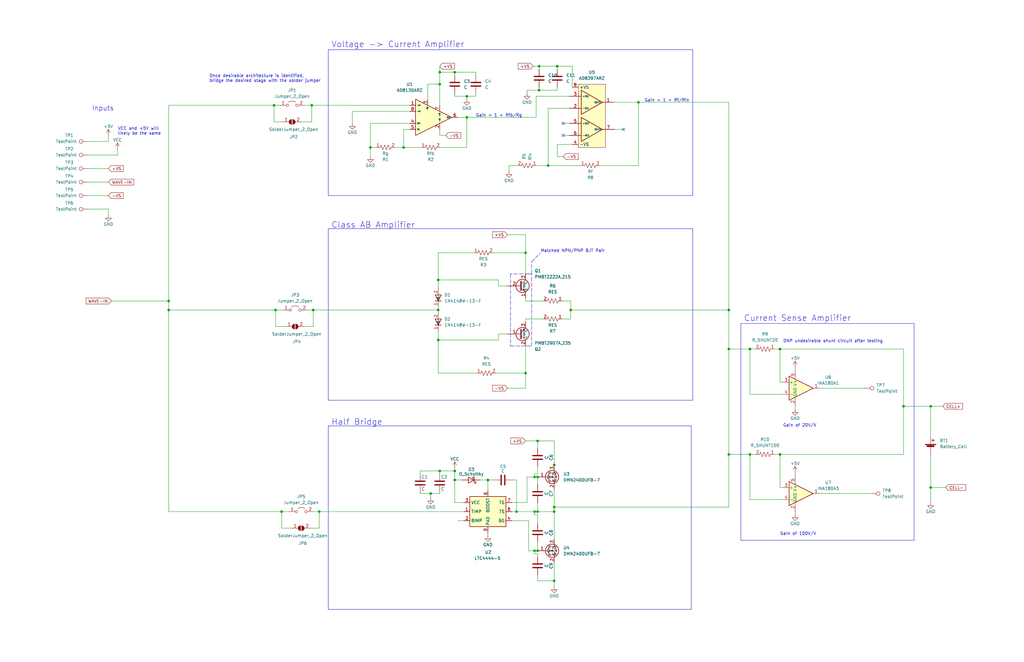
<source format=kicad_sch>
(kicad_sch (version 20211123) (generator eeschema)
  (paper "B")
  (lib_symbols
    (symbol "Connector:TestPoint" (pin_numbers hide) (pin_names (offset 0.762) hide)
      (property "Reference" "TP" (at 0 6.858 0))
      (property "Value" "TestPoint" (at 0 5.08 0))
      (symbol "TestPoint_0_1"
        (circle (center 0 3.302) (radius 0.762))
      )
      (symbol "TestPoint_1_1"
        (pin passive line (at 0 0 90) (length 2.54) (name "1") (number "1"))
      )
    )
    (symbol "Device:Battery_Cell" (pin_numbers hide) (pin_names (offset 0) hide)
      (property "Reference" "BT" (at 2.54 2.54 0))
      (property "Value" "Battery_Cell" (at 2.54 0 0))
      (symbol "Battery_Cell_0_1"
        (rectangle (start -2.286 1.778) (end 2.286 1.524) (fill (type outline)))
        (rectangle (start -1.5748 1.1938) (end 1.4732 0.6858) (fill (type outline)))
        (polyline (pts (xy 0 0.762) (xy 0 0)))
        (polyline (pts (xy 0 1.778) (xy 0 2.54)))
        (polyline (pts (xy 0.508 3.429) (xy 1.524 3.429)) (stroke (width 0.254)))
        (polyline (pts (xy 1.016 3.937) (xy 1.016 2.921)) (stroke (width 0.254)))
      )
      (symbol "Battery_Cell_1_1"
        (pin passive line (at 0 5.08 270) (length 2.54) (name "+") (number "1"))
        (pin passive line (at 0 -2.54 90) (length 2.54) (name "-") (number "2"))
      )
    )
    (symbol "Device:C" (pin_numbers hide) (pin_names (offset 0.254))
      (property "Reference" "C" (at 0.635 2.54 0))
      (property "Value" "C" (at 0.635 -2.54 0))
      (symbol "C_0_1"
        (polyline (pts (xy -2.032 -0.762) (xy 2.032 -0.762)) (stroke (width 0.508)))
        (polyline (pts (xy -2.032 0.762) (xy 2.032 0.762)) (stroke (width 0.508)))
      )
      (symbol "C_1_1"
        (pin passive line (at 0 3.81 270) (length 2.794) (name "~") (number "1"))
        (pin passive line (at 0 -3.81 90) (length 2.794) (name "~") (number "2"))
      )
    )
    (symbol "Device:D_Schottky" (pin_numbers hide) (pin_names (offset 1.016) hide)
      (property "Reference" "D" (at 0 2.54 0))
      (property "Value" "D_Schottky" (at 0 -2.54 0))
      (symbol "D_Schottky_0_1"
        (polyline (pts (xy 1.27 0) (xy -1.27 0)))
        (polyline (pts (xy 1.27 1.27) (xy 1.27 -1.27) (xy -1.27 0) (xy 1.27 1.27)) (stroke (width 0.254)))
        (polyline (pts (xy -1.905 0.635) (xy -1.905 1.27) (xy -1.27 1.27) (xy -1.27 -1.27) (xy -0.635 -1.27) (xy -0.635 -0.635)) (stroke (width 0.254)))
      )
      (symbol "D_Schottky_1_1"
        (pin passive line (at -3.81 0 0) (length 2.54) (name "K") (number "1"))
        (pin passive line (at 3.81 0 180) (length 2.54) (name "A") (number "2"))
      )
    )
    (symbol "Jumper:Jumper_2_Open" (pin_names (offset 0) hide)
      (property "Reference" "JP" (at 0 2.794 0))
      (property "Value" "Jumper_2_Open" (at 0 -2.286 0))
      (symbol "Jumper_2_Open_0_0"
        (circle (center -2.032 0) (radius 0.508))
        (circle (center 2.032 0) (radius 0.508))
      )
      (symbol "Jumper_2_Open_0_1"
        (arc (start 1.524 1.27) (mid 0 1.778) (end -1.524 1.27))
      )
      (symbol "Jumper_2_Open_1_1"
        (pin passive line (at -5.08 0 0) (length 2.54) (name "A") (number "1"))
        (pin passive line (at 5.08 0 180) (length 2.54) (name "B") (number "2"))
      )
    )
    (symbol "Jumper:SolderJumper_2_Open" (pin_names (offset 0) hide)
      (property "Reference" "JP" (at 0 2.032 0))
      (property "Value" "SolderJumper_2_Open" (at 0 -2.54 0))
      (symbol "SolderJumper_2_Open_0_1"
        (arc (start -0.254 1.016) (mid -1.27 0) (end -0.254 -1.016))
        (arc (start -0.254 1.016) (mid -1.27 0) (end -0.254 -1.016) (fill (type outline)))
        (polyline (pts (xy -0.254 1.016) (xy -0.254 -1.016)))
        (polyline (pts (xy 0.254 1.016) (xy 0.254 -1.016)))
        (arc (start 0.254 -1.016) (mid 1.27 0) (end 0.254 1.016))
        (arc (start 0.254 -1.016) (mid 1.27 0) (end 0.254 1.016) (fill (type outline)))
      )
      (symbol "SolderJumper_2_Open_1_1"
        (pin passive line (at -3.81 0 0) (length 2.54) (name "A") (number "1"))
        (pin passive line (at 3.81 0 180) (length 2.54) (name "B") (number "2"))
      )
    )
    (symbol "power:+5V" (power) (pin_names (offset 0))
      (property "Value" "+5V" (at 0 3.556 0))
      (symbol "+5V_0_1"
        (polyline (pts (xy -0.762 1.27) (xy 0 2.54)))
        (polyline (pts (xy 0 0) (xy 0 2.54)))
        (polyline (pts (xy 0 2.54) (xy 0.762 1.27)))
      )
      (symbol "+5V_1_1"
        (pin power_in line (at 0 0 90) (length 0) hide (name "+5V") (number "1"))
      )
    )
    (symbol "power:GND" (power) (pin_names (offset 0))
      (property "Value" "GND" (at 0 -3.81 0))
      (symbol "GND_0_1"
        (polyline (pts (xy 0 0) (xy 0 -1.27) (xy 1.27 -1.27) (xy 0 -2.54) (xy -1.27 -1.27) (xy 0 -1.27)))
      )
      (symbol "GND_1_1"
        (pin power_in line (at 0 0 270) (length 0) hide (name "GND") (number "1"))
      )
    )
    (symbol "power:VCC" (power) (pin_names (offset 0))
      (property "Value" "VCC" (at 0 3.81 0))
      (symbol "VCC_0_1"
        (polyline (pts (xy -0.762 1.27) (xy 0 2.54)))
        (polyline (pts (xy 0 0) (xy 0 2.54)))
        (polyline (pts (xy 0 2.54) (xy 0.762 1.27)))
      )
      (symbol "VCC_1_1"
        (pin power_in line (at 0 0 90) (length 0) hide (name "VCC") (number "1"))
      )
    )
    (symbol "volt-symbols:1N4148W-13-F"
      (property "Reference" "D" (at 0 2.54 0))
      (property "Value" "1N4148W-13-F" (at 1.27 -2.54 0))
      (symbol "1N4148W-13-F_0_1"
        (polyline (pts (xy -1.27 1.27) (xy -1.27 -1.27)) (stroke (width 0.254)))
        (polyline (pts (xy 1.27 0) (xy -1.27 0)))
        (polyline (pts (xy 1.27 1.27) (xy 1.27 -1.27) (xy -1.27 0) (xy 1.27 1.27)) (stroke (width 0.254)))
      )
      (symbol "1N4148W-13-F_1_1"
        (pin passive line (at -3.81 0 0) (length 2.54) (name "K") (number "1"))
        (pin passive line (at 3.81 0 180) (length 2.54) (name "A") (number "2"))
      )
    )
    (symbol "volt-symbols:AD8130ARZ"
      (property "Reference" "U" (at 8.89 6.35 0))
      (property "Value" "AD8130ARZ" (at 13.97 3.81 0))
      (symbol "AD8130ARZ_1_1"
        (polyline (pts (xy -5.08 7.62) (xy -5.08 -7.62) (xy 10.16 0) (xy -5.08 7.62)) (stroke (width 0.254)) (fill (type background)))
        (pin input line (at -7.62 5.08 0) (length 2.54) (name "+IN") (number "1"))
        (pin input line (at 5.08 -5.08 90) (length 2.54) (name "-VS") (number "2"))
        (pin input line (at 0 7.62 270) (length 2.54) (name "~{PD}") (number "3"))
        (pin input line (at -7.62 -2.54 0) (length 2.54) (name "REF") (number "4"))
        (pin input line (at -7.62 -5.08 0) (length 2.54) (name "FB") (number "5"))
        (pin output line (at 12.7 0 180) (length 2.54) (name "OUT") (number "6"))
        (pin output line (at 5.08 5.08 270) (length 2.54) (name "+VS") (number "7"))
        (pin input line (at -7.62 2.54 0) (length 2.54) (name "-IN") (number "8"))
      )
    )
    (symbol "volt-symbols:AD8397ARZ"
      (property "Reference" "U" (at 8.89 12.7 0))
      (property "Value" "AD8397ARZ" (at 12.7 10.16 0))
      (symbol "AD8397ARZ_0_1"
        (rectangle (start -5.08 12.7) (end 6.35 -13.97) (fill (type background)))
      )
      (symbol "AD8397ARZ_1_1"
        (polyline (pts (xy -3.81 -1.27) (xy 5.08 -6.35) (xy -3.81 -11.43) (xy -3.81 -1.27)) (stroke (width 0.254)) (fill (type background)))
        (polyline (pts (xy -3.81 10.16) (xy 5.08 5.08) (xy -3.81 0) (xy -3.81 10.16)) (stroke (width 0.254)) (fill (type background)))
        (pin output line (at 10.16 5.08 180) (length 5.08) (name "OUT1") (number "1"))
        (pin input line (at -8.89 2.54 0) (length 5.08) (name "-IN1") (number "2"))
        (pin input line (at -8.89 7.62 0) (length 5.08) (name "+IN1") (number "3"))
        (pin input line (at -7.62 -12.7 0) (length 2.54) (name "-VS") (number "4"))
        (pin input line (at -8.89 -3.81 0) (length 5.08) (name "+IN2") (number "5"))
        (pin input line (at -8.89 -8.89 0) (length 5.08) (name "-IN2") (number "6"))
        (pin output line (at 10.16 -6.35 180) (length 5.08) (name "OUT2") (number "7"))
        (pin input line (at -7.62 11.43 0) (length 2.54) (name "+VS") (number "8"))
      )
    )
    (symbol "volt-symbols:DMN2400UFB-7"
      (property "Reference" "U" (at 3.81 1.27 0))
      (property "Value" "DMN2400UFB-7" (at 10.16 -1.27 0))
      (symbol "DMN2400UFB-7_0_1"
        (circle (center -0.889 0) (radius 2.794) (stroke (width 0.254)))
        (circle (center 0 -1.778) (radius 0.254) (fill (type outline)))
        (polyline (pts (xy -2.286 0) (xy -5.08 0)))
        (polyline (pts (xy -2.286 1.905) (xy -2.286 -1.905)) (stroke (width 0.254)))
        (polyline (pts (xy -1.778 -1.27) (xy -1.778 -2.286)) (stroke (width 0.254)))
        (polyline (pts (xy -1.778 0.508) (xy -1.778 -0.508)) (stroke (width 0.254)))
        (polyline (pts (xy -1.778 2.286) (xy -1.778 1.27)) (stroke (width 0.254)))
        (polyline (pts (xy 0 2.54) (xy 0 1.778)))
        (polyline (pts (xy 0 -2.54) (xy 0 0) (xy -1.778 0)))
        (polyline (pts (xy -1.778 -1.778) (xy 0.762 -1.778) (xy 0.762 1.778) (xy -1.778 1.778)))
        (polyline (pts (xy -1.524 0) (xy -0.508 0.381) (xy -0.508 -0.381) (xy -1.524 0)) (fill (type outline)))
        (polyline (pts (xy 0.254 0.508) (xy 0.381 0.381) (xy 1.143 0.381) (xy 1.27 0.254)))
        (polyline (pts (xy 0.762 0.381) (xy 0.381 -0.254) (xy 1.143 -0.254) (xy 0.762 0.381)))
        (circle (center 0 1.778) (radius 0.254) (fill (type outline)))
      )
      (symbol "DMN2400UFB-7_1_1"
        (pin input line (at -6.35 0 0) (length 2.54) (name "G") (number "1"))
        (pin passive line (at 0 -5.08 90) (length 2.54) (name "S") (number "2"))
        (pin passive line (at 0 5.08 270) (length 2.54) (name "D") (number "3"))
      )
    )
    (symbol "volt-symbols:INA180A1" (pin_names (offset 0.127))
      (property "Reference" "U" (at 3.81 3.81 0))
      (property "Value" "INA180A1" (at 3.81 -2.54 0))
      (symbol "INA180A1_0_1"
        (polyline (pts (xy 5.08 0) (xy -5.08 5.08) (xy -5.08 -5.08) (xy 5.08 0)) (stroke (width 0.254)) (fill (type background)))
      )
      (symbol "INA180A1_1_1"
        (pin output line (at 7.62 0 180) (length 2.54) (name "~") (number "1"))
        (pin power_in line (at -2.54 -7.62 90) (length 3.81) (name "GND") (number "2"))
        (pin input line (at -7.62 2.54 0) (length 2.54) (name "+") (number "3"))
        (pin input line (at -7.62 -2.54 0) (length 2.54) (name "-") (number "4"))
        (pin power_in line (at -2.54 7.62 270) (length 3.81) (name "V+") (number "5"))
      )
    )
    (symbol "volt-symbols:INA180A3" (pin_names (offset 0.127))
      (property "Reference" "U" (at 3.81 3.81 0))
      (property "Value" "INA180A3" (at 3.81 -2.54 0))
      (symbol "INA180A3_0_1"
        (polyline (pts (xy 5.08 0) (xy -5.08 5.08) (xy -5.08 -5.08) (xy 5.08 0)) (stroke (width 0.254)) (fill (type background)))
      )
      (symbol "INA180A3_1_1"
        (pin output line (at 7.62 0 180) (length 2.54) (name "~") (number "1"))
        (pin power_in line (at -2.54 -7.62 90) (length 3.81) (name "GND") (number "2"))
        (pin input line (at -7.62 2.54 0) (length 2.54) (name "+") (number "3"))
        (pin input line (at -7.62 -2.54 0) (length 2.54) (name "-") (number "4"))
        (pin power_in line (at -2.54 7.62 270) (length 3.81) (name "V+") (number "5"))
      )
    )
    (symbol "volt-symbols:LTC4444-5"
      (property "Reference" "U" (at 6.35 10.16 0))
      (property "Value" "LTC4444-5" (at 6.35 7.62 0))
      (symbol "LTC4444-5_0_1"
        (rectangle (start -7.62 6.35) (end 7.62 -6.35) (stroke (width 0.254)) (fill (type background)))
      )
      (symbol "LTC4444-5_1_1"
        (pin input line (at -10.16 0 0) (length 2.54) (name "TIMP") (number "1"))
        (pin power_in line (at -10.16 -3.81 0) (length 2.54) (name "BIMP") (number "2"))
        (pin power_in line (at -10.16 3.81 0) (length 2.54) (name "VCC") (number "3"))
        (pin bidirectional line (at 10.16 -3.81 180) (length 2.54) (name "BG") (number "4"))
        (pin no_connect line (at -3.81 -8.89 90) (length 2.54) hide (name "NC") (number "5"))
        (pin input line (at 0 8.89 270) (length 2.54) (name "BOOST") (number "6"))
        (pin output line (at 10.16 3.81 180) (length 2.54) (name "TG") (number "7"))
        (pin input line (at 10.16 0 180) (length 2.54) (name "TS") (number "8"))
        (pin power_in line (at 0 -8.89 90) (length 2.54) (name "PAD") (number "9"))
      )
    )
    (symbol "volt-symbols:PMBT2222A,215"
      (property "Reference" "Q" (at 3.81 0 0))
      (property "Value" "PMBT2222A,215" (at 11.43 2.54 0))
      (symbol "PMBT2222A,215_0_1"
        (polyline (pts (xy -0.635 0.635) (xy 1.27 2.54)))
        (polyline (pts (xy -0.635 -0.635) (xy 1.27 -2.54) (xy 1.27 -2.54)))
        (polyline (pts (xy -0.635 1.905) (xy -0.635 -1.905) (xy -0.635 -1.905)) (stroke (width 0.508)))
        (polyline (pts (xy 0 -1.778) (xy 0.508 -1.27) (xy 1.016 -2.286) (xy 0 -1.778) (xy 0 -1.778)) (fill (type outline)))
        (circle (center 0 0) (radius 2.8194) (stroke (width 0.254)))
      )
      (symbol "PMBT2222A,215_1_1"
        (pin passive line (at 1.27 -5.08 90) (length 2.54) (name "E") (number "1"))
        (pin passive line (at -6.35 0 0) (length 5.715) (name "B") (number "2"))
        (pin passive line (at 1.27 5.08 270) (length 2.54) (name "C") (number "3"))
      )
    )
    (symbol "volt-symbols:PMBT2907A,235"
      (property "Reference" "Q" (at 2.54 0 0))
      (property "Value" "PMBT2907A,235" (at 8.89 2.54 0))
      (symbol "PMBT2907A,235_0_1"
        (circle (center -1.27 0) (radius 2.8194) (stroke (width 0.254)))
        (polyline (pts (xy -1.905 0.635) (xy 0 2.54)))
        (polyline (pts (xy -1.905 -0.635) (xy 0 -2.54) (xy 0 -2.54)))
        (polyline (pts (xy -1.905 1.905) (xy -1.905 -1.905) (xy -1.905 -1.905)) (stroke (width 0.508)))
        (polyline (pts (xy -0.254 -1.778) (xy -0.762 -2.286) (xy -1.27 -1.27) (xy -0.254 -1.778) (xy -0.254 -1.778)) (fill (type outline)))
      )
      (symbol "PMBT2907A,235_1_1"
        (pin input line (at -7.62 0 0) (length 5.715) (name "B") (number "1"))
        (pin passive line (at 0 5.08 270) (length 2.54) (name "C") (number "2"))
        (pin passive line (at 0 -5.08 90) (length 2.54) (name "E") (number "3"))
      )
    )
    (symbol "volt-symbols:RES"
      (property "Reference" "R" (at 0 2.54 0))
      (property "Value" "RES" (at 0 -2.54 0))
      (symbol "RES_0_1"
        (polyline (pts (xy -2.286 0) (xy -2.54 0)))
        (polyline (pts (xy 2.286 0) (xy 2.54 0)))
        (polyline (pts (xy -2.286 0) (xy -1.905 1.016) (xy -1.524 0) (xy -1.143 -1.016) (xy -0.762 0)))
        (polyline (pts (xy -0.762 0) (xy -0.381 1.016) (xy 0 0) (xy 0.381 -1.016) (xy 0.762 0)))
        (polyline (pts (xy 0.762 0) (xy 1.143 1.016) (xy 1.524 0) (xy 1.905 -1.016) (xy 2.286 0)))
      )
      (symbol "RES_1_1"
        (pin passive line (at -3.81 0 0) (length 1.27) (name "~") (number "1"))
        (pin passive line (at 3.81 0 180) (length 1.27) (name "~") (number "2"))
      )
    )
  )
  (junction (at 233.68 196.215))
  (junction (at 269.24 43.18))
  (junction (at 240.665 130.81))
  (junction (at 392.43 205.74))
  (junction (at 185.42 35.56))
  (junction (at 307.34 130.81))
  (junction (at 231.14 69.85))
  (junction (at 316.23 147.32))
  (junction (at 184.785 118.11))
  (junction (at 191.77 202.565))
  (junction (at 233.68 245.11))
  (junction (at 225.425 215.9))
  (junction (at 226.695 215.9))
  (junction (at 191.77 198.755))
  (junction (at 118.745 215.9))
  (junction (at 184.785 130.81))
  (junction (at 181.61 208.28))
  (junction (at 225.425 232.41))
  (junction (at 205.74 202.565))
  (junction (at 234.95 27.94))
  (junction (at 328.93 191.77))
  (junction (at 71.12 130.81))
  (junction (at 132.08 130.81))
  (junction (at 227.33 38.1))
  (junction (at 116.205 130.81))
  (junction (at 226.695 201.295))
  (junction (at 221.615 106.68))
  (junction (at 381 171.45))
  (junction (at 392.43 171.45))
  (junction (at 134.62 215.9))
  (junction (at 226.695 232.41))
  (junction (at 185.42 198.755))
  (junction (at 307.34 147.32))
  (junction (at 196.85 40.64))
  (junction (at 196.85 49.53))
  (junction (at 170.18 62.23))
  (junction (at 217.805 215.9))
  (junction (at 156.21 62.23))
  (junction (at 307.34 191.77))
  (junction (at 185.42 30.48))
  (junction (at 191.77 30.48))
  (junction (at 71.12 127))
  (junction (at 225.425 201.295))
  (junction (at 184.785 143.51))
  (junction (at 316.23 191.77))
  (junction (at 226.695 186.055))
  (junction (at 115.57 44.45))
  (junction (at 233.68 213.995))
  (junction (at 227.33 27.94))
  (junction (at 233.68 215.9))
  (junction (at 328.93 147.32))
  (junction (at 221.615 157.48))
  (junction (at 131.445 44.45))
  (no_connect (at 237.49 57.15))
  (no_connect (at 237.49 52.07))
  (no_connect (at 262.89 54.61))
  (wire (pts (xy 222.25 38.1) (xy 222.25 39.37)))
  (wire (pts (xy 221.615 134.62) (xy 229.235 134.62)))
  (wire (pts (xy 392.43 171.45) (xy 397.51 171.45)))
  (wire (pts (xy 115.57 44.45) (xy 71.12 44.45)))
  (wire (pts (xy 240.665 127) (xy 240.665 130.81)))
  (wire (pts (xy 71.12 215.9) (xy 118.745 215.9)))
  (wire (pts (xy 177.165 207.645) (xy 177.165 208.28)))
  (wire (pts (xy 116.205 130.81) (xy 119.38 130.81)))
  (wire (pts (xy 217.805 202.565) (xy 217.805 215.9)))
  (wire (pts (xy 185.42 54.61) (xy 185.42 57.15)))
  (polyline (pts (xy 138.43 168.91) (xy 292.1 168.91)) (stroke (width 0) (type solid)))
  (polyline (pts (xy 312.42 136.525) (xy 312.42 227.965)) (stroke (width 0) (type solid)))
  (wire (pts (xy 185.42 208.28) (xy 181.61 208.28)))
  (wire (pts (xy 234.95 36.83) (xy 234.95 38.1)))
  (wire (pts (xy 213.995 99.06) (xy 221.615 99.06)))
  (wire (pts (xy 222.25 201.295) (xy 222.25 212.09)))
  (wire (pts (xy 185.42 62.23) (xy 196.85 62.23)))
  (wire (pts (xy 221.615 127) (xy 229.235 127)))
  (wire (pts (xy 221.615 125.73) (xy 221.615 127)))
  (wire (pts (xy 218.44 69.85) (xy 214.63 69.85)))
  (wire (pts (xy 316.23 191.77) (xy 318.77 191.77)))
  (wire (pts (xy 233.68 213.995) (xy 307.34 213.995)))
  (wire (pts (xy 118.745 215.9) (xy 121.92 215.9)))
  (polyline (pts (xy 138.43 20.955) (xy 292.1 20.955)) (stroke (width 0) (type solid)))
  (wire (pts (xy 191.77 197.485) (xy 191.77 198.755)))
  (wire (pts (xy 221.615 106.68) (xy 221.615 115.57)))
  (wire (pts (xy 185.42 207.645) (xy 185.42 208.28)))
  (wire (pts (xy 307.34 213.995) (xy 307.34 191.77)))
  (wire (pts (xy 259.08 54.61) (xy 262.89 54.61)))
  (polyline (pts (xy 215.265 146.05) (xy 224.155 146.05)))
  (wire (pts (xy 170.18 54.61) (xy 170.18 62.23)))
  (wire (pts (xy 180.34 35.56) (xy 180.34 41.91)))
  (wire (pts (xy 181.61 208.28) (xy 181.61 210.185)))
  (wire (pts (xy 129.54 130.81) (xy 132.08 130.81)))
  (wire (pts (xy 71.12 127) (xy 71.12 130.81)))
  (polyline (pts (xy 224.155 146.05) (xy 224.155 115.57)))
  (wire (pts (xy 37.465 82.55) (xy 45.72 82.55)))
  (wire (pts (xy 115.57 51.435) (xy 115.57 44.45)))
  (wire (pts (xy 381 147.32) (xy 381 171.45)))
  (wire (pts (xy 210.185 143.51) (xy 184.785 143.51)))
  (wire (pts (xy 71.12 130.81) (xy 116.205 130.81)))
  (wire (pts (xy 213.995 163.83) (xy 221.615 163.83)))
  (wire (pts (xy 392.43 205.74) (xy 392.43 212.09)))
  (wire (pts (xy 132.08 215.9) (xy 134.62 215.9)))
  (wire (pts (xy 234.95 60.96) (xy 241.3 60.96)))
  (wire (pts (xy 233.68 206.375) (xy 233.68 213.995)))
  (wire (pts (xy 307.34 191.77) (xy 307.34 147.32)))
  (wire (pts (xy 200.66 40.64) (xy 200.66 39.37)))
  (wire (pts (xy 233.68 213.995) (xy 233.68 215.9)))
  (wire (pts (xy 156.21 62.23) (xy 156.21 66.04)))
  (wire (pts (xy 231.14 69.85) (xy 245.11 69.85)))
  (wire (pts (xy 195.58 219.71) (xy 193.04 219.71)))
  (wire (pts (xy 221.615 157.48) (xy 221.615 163.83)))
  (wire (pts (xy 132.08 130.81) (xy 184.785 130.81)))
  (wire (pts (xy 191.77 198.755) (xy 191.77 202.565)))
  (wire (pts (xy 196.85 40.64) (xy 196.85 41.91)))
  (wire (pts (xy 128.27 44.45) (xy 131.445 44.45)))
  (wire (pts (xy 210.185 118.11) (xy 184.785 118.11)))
  (wire (pts (xy 392.43 205.74) (xy 398.78 205.74)))
  (wire (pts (xy 210.185 143.51) (xy 210.185 140.97)))
  (wire (pts (xy 196.85 62.23) (xy 196.85 49.53)))
  (wire (pts (xy 49.53 65.405) (xy 37.465 65.405)))
  (wire (pts (xy 226.695 201.295) (xy 226.695 204.47)))
  (wire (pts (xy 240.03 45.72) (xy 231.14 45.72)))
  (wire (pts (xy 234.95 27.94) (xy 234.95 29.21)))
  (wire (pts (xy 240.665 130.81) (xy 240.665 134.62)))
  (wire (pts (xy 316.23 147.32) (xy 318.77 147.32)))
  (wire (pts (xy 226.695 217.17) (xy 225.425 217.17)))
  (wire (pts (xy 45.72 88.265) (xy 37.465 88.265)))
  (polyline (pts (xy 224.155 115.57) (xy 224.155 110.49)))
  (wire (pts (xy 148.59 46.99) (xy 148.59 52.07)))
  (wire (pts (xy 37.465 76.835) (xy 45.72 76.835)))
  (wire (pts (xy 225.425 233.68) (xy 225.425 232.41)))
  (polyline (pts (xy 292.1 26.67) (xy 292.1 82.55)) (stroke (width 0) (type solid)))
  (wire (pts (xy 328.93 191.77) (xy 326.39 191.77)))
  (wire (pts (xy 191.77 40.64) (xy 196.85 40.64)))
  (wire (pts (xy 196.85 40.64) (xy 200.66 40.64)))
  (wire (pts (xy 330.2 161.29) (xy 328.93 161.29)))
  (wire (pts (xy 237.49 66.04) (xy 234.95 66.04)))
  (wire (pts (xy 46.99 127) (xy 71.12 127)))
  (wire (pts (xy 307.34 191.77) (xy 316.23 191.77)))
  (wire (pts (xy 307.34 130.81) (xy 307.34 147.32)))
  (wire (pts (xy 49.53 62.865) (xy 49.53 65.405)))
  (wire (pts (xy 185.42 35.56) (xy 180.34 35.56)))
  (wire (pts (xy 307.34 147.32) (xy 316.23 147.32)))
  (wire (pts (xy 392.43 171.45) (xy 392.43 184.15)))
  (wire (pts (xy 226.695 232.41) (xy 227.33 232.41)))
  (wire (pts (xy 217.805 202.565) (xy 215.9 202.565)))
  (wire (pts (xy 328.93 147.32) (xy 326.39 147.32)))
  (wire (pts (xy 316.23 191.77) (xy 316.23 210.82)))
  (wire (pts (xy 185.42 57.15) (xy 187.96 57.15)))
  (wire (pts (xy 226.695 212.09) (xy 226.695 215.9)))
  (wire (pts (xy 191.77 202.565) (xy 191.77 212.09)))
  (wire (pts (xy 233.68 198.755) (xy 233.68 196.215)))
  (polyline (pts (xy 312.42 227.965) (xy 385.445 227.965)) (stroke (width 0) (type solid)))
  (wire (pts (xy 166.37 62.23) (xy 170.18 62.23)))
  (wire (pts (xy 184.785 129.54) (xy 184.785 130.81)))
  (wire (pts (xy 205.74 202.565) (xy 205.74 207.01)))
  (wire (pts (xy 191.77 30.48) (xy 191.77 31.75)))
  (wire (pts (xy 172.72 54.61) (xy 170.18 54.61)))
  (wire (pts (xy 156.21 52.07) (xy 156.21 62.23)))
  (wire (pts (xy 222.25 201.295) (xy 225.425 201.295)))
  (polyline (pts (xy 138.43 257.175) (xy 138.43 179.705)) (stroke (width 0) (type solid)))
  (polyline (pts (xy 138.43 96.52) (xy 292.1 96.52)) (stroke (width 0) (type solid)))
  (wire (pts (xy 221.615 106.68) (xy 207.645 106.68)))
  (wire (pts (xy 221.615 106.68) (xy 221.615 99.06)))
  (wire (pts (xy 226.06 40.64) (xy 240.03 40.64)))
  (wire (pts (xy 119.38 51.435) (xy 115.57 51.435)))
  (wire (pts (xy 234.95 27.94) (xy 241.3 27.94)))
  (wire (pts (xy 184.785 130.81) (xy 184.785 132.08)))
  (wire (pts (xy 37.465 71.12) (xy 45.72 71.12)))
  (polyline (pts (xy 292.1 82.55) (xy 138.43 82.55)) (stroke (width 0) (type solid)))
  (wire (pts (xy 392.43 191.77) (xy 392.43 205.74)))
  (wire (pts (xy 252.73 69.85) (xy 269.24 69.85)))
  (wire (pts (xy 217.805 215.9) (xy 225.425 215.9)))
  (wire (pts (xy 328.93 147.32) (xy 328.93 161.29)))
  (wire (pts (xy 200.66 30.48) (xy 200.66 31.75)))
  (wire (pts (xy 131.445 44.45) (xy 172.72 44.45)))
  (wire (pts (xy 191.77 39.37) (xy 191.77 40.64)))
  (wire (pts (xy 45.72 59.69) (xy 37.465 59.69)))
  (wire (pts (xy 205.74 224.79) (xy 205.74 226.06)))
  (polyline (pts (xy 312.42 136.525) (xy 385.445 136.525)) (stroke (width 0) (type solid)))
  (wire (pts (xy 381 171.45) (xy 381 191.77)))
  (wire (pts (xy 225.425 201.295) (xy 226.695 201.295)))
  (polyline (pts (xy 292.1 168.91) (xy 292.1 96.52)) (stroke (width 0) (type solid)))
  (wire (pts (xy 214.63 69.85) (xy 214.63 72.39)))
  (wire (pts (xy 208.28 202.565) (xy 205.74 202.565)))
  (wire (pts (xy 177.165 208.28) (xy 181.61 208.28)))
  (polyline (pts (xy 222.885 115.57) (xy 215.265 115.57)))
  (wire (pts (xy 123.19 222.885) (xy 118.745 222.885)))
  (wire (pts (xy 184.785 106.68) (xy 200.025 106.68)))
  (wire (pts (xy 224.79 27.94) (xy 227.33 27.94)))
  (wire (pts (xy 215.9 219.71) (xy 222.885 219.71)))
  (wire (pts (xy 269.24 43.18) (xy 307.34 43.18)))
  (wire (pts (xy 225.425 200.025) (xy 226.695 200.025)))
  (wire (pts (xy 172.72 52.07) (xy 156.21 52.07)))
  (wire (pts (xy 116.205 137.795) (xy 116.205 130.81)))
  (wire (pts (xy 226.695 233.68) (xy 225.425 233.68)))
  (wire (pts (xy 193.04 49.53) (xy 196.85 49.53)))
  (wire (pts (xy 191.77 212.09) (xy 195.58 212.09)))
  (wire (pts (xy 226.695 245.11) (xy 233.68 245.11)))
  (wire (pts (xy 185.42 35.56) (xy 185.42 44.45)))
  (wire (pts (xy 118.745 222.885) (xy 118.745 215.9)))
  (wire (pts (xy 134.62 222.885) (xy 134.62 215.9)))
  (wire (pts (xy 328.93 147.32) (xy 381 147.32)))
  (wire (pts (xy 170.18 62.23) (xy 177.8 62.23)))
  (wire (pts (xy 45.72 57.15) (xy 45.72 59.69)))
  (wire (pts (xy 226.695 215.9) (xy 233.68 215.9)))
  (wire (pts (xy 330.2 205.74) (xy 328.93 205.74)))
  (wire (pts (xy 226.06 49.53) (xy 226.06 40.64)))
  (wire (pts (xy 234.95 66.04) (xy 234.95 60.96)))
  (wire (pts (xy 225.425 217.17) (xy 225.425 215.9)))
  (polyline (pts (xy 292.1 20.955) (xy 292.1 26.67)) (stroke (width 0) (type solid)))
  (wire (pts (xy 225.425 232.41) (xy 226.695 232.41)))
  (wire (pts (xy 226.695 186.055) (xy 221.615 186.055)))
  (wire (pts (xy 226.695 234.95) (xy 226.695 233.68)))
  (wire (pts (xy 222.885 232.41) (xy 225.425 232.41)))
  (wire (pts (xy 236.855 134.62) (xy 240.665 134.62)))
  (polyline (pts (xy 138.43 96.52) (xy 138.43 168.91)) (stroke (width 0) (type solid)))
  (wire (pts (xy 335.28 199.39) (xy 335.28 200.66)))
  (wire (pts (xy 227.33 38.1) (xy 222.25 38.1)))
  (wire (pts (xy 226.695 220.98) (xy 226.695 217.17)))
  (wire (pts (xy 222.885 219.71) (xy 222.885 232.41)))
  (wire (pts (xy 191.77 30.48) (xy 200.66 30.48)))
  (wire (pts (xy 259.08 43.18) (xy 269.24 43.18)))
  (wire (pts (xy 233.68 215.9) (xy 233.68 227.33)))
  (polyline (pts (xy 138.43 179.705) (xy 291.465 179.705)) (stroke (width 0) (type solid)))
  (wire (pts (xy 227.33 27.94) (xy 234.95 27.94)))
  (wire (pts (xy 120.65 137.795) (xy 116.205 137.795)))
  (wire (pts (xy 184.785 143.51) (xy 184.785 157.48)))
  (wire (pts (xy 335.28 217.17) (xy 335.28 215.9)))
  (wire (pts (xy 185.42 198.755) (xy 191.77 198.755)))
  (wire (pts (xy 215.9 215.9) (xy 217.805 215.9)))
  (polyline (pts (xy 224.155 110.49) (xy 227.965 106.68)))
  (wire (pts (xy 225.425 215.9) (xy 226.695 215.9)))
  (wire (pts (xy 196.85 49.53) (xy 226.06 49.53)))
  (wire (pts (xy 345.44 163.83) (xy 364.49 163.83)))
  (wire (pts (xy 227.33 38.1) (xy 227.33 36.83)))
  (wire (pts (xy 210.185 140.97) (xy 213.995 140.97)))
  (wire (pts (xy 233.68 245.11) (xy 233.68 247.65)))
  (wire (pts (xy 241.3 27.94) (xy 241.3 36.83)))
  (wire (pts (xy 184.785 157.48) (xy 201.295 157.48)))
  (polyline (pts (xy 138.43 82.55) (xy 138.43 20.955)) (stroke (width 0) (type solid)))
  (wire (pts (xy 185.42 30.48) (xy 191.77 30.48)))
  (wire (pts (xy 221.615 157.48) (xy 221.615 146.05)))
  (wire (pts (xy 233.68 186.055) (xy 233.68 196.215)))
  (wire (pts (xy 210.185 118.11) (xy 210.185 120.65)))
  (wire (pts (xy 225.425 201.295) (xy 225.425 200.025)))
  (wire (pts (xy 226.695 186.055) (xy 233.68 186.055)))
  (wire (pts (xy 316.23 147.32) (xy 316.23 166.37)))
  (polyline (pts (xy 222.885 115.57) (xy 224.155 115.57)))
  (wire (pts (xy 335.28 154.94) (xy 335.28 156.21)))
  (wire (pts (xy 215.9 212.09) (xy 222.25 212.09)))
  (wire (pts (xy 210.185 120.65) (xy 213.995 120.65)))
  (wire (pts (xy 330.2 210.82) (xy 316.23 210.82)))
  (wire (pts (xy 118.11 44.45) (xy 115.57 44.45)))
  (wire (pts (xy 231.14 45.72) (xy 231.14 69.85)))
  (wire (pts (xy 328.93 191.77) (xy 381 191.77)))
  (wire (pts (xy 335.28 172.72) (xy 335.28 171.45)))
  (wire (pts (xy 226.695 200.025) (xy 226.695 196.85)))
  (wire (pts (xy 184.785 118.11) (xy 184.785 121.92)))
  (wire (pts (xy 128.27 137.795) (xy 132.08 137.795)))
  (polyline (pts (xy 291.465 179.705) (xy 291.465 257.175)) (stroke (width 0) (type solid)))
  (wire (pts (xy 71.12 130.81) (xy 71.12 215.9)))
  (wire (pts (xy 208.915 157.48) (xy 221.615 157.48)))
  (wire (pts (xy 177.165 198.755) (xy 185.42 198.755)))
  (wire (pts (xy 185.42 27.94) (xy 185.42 30.48)))
  (wire (pts (xy 134.62 215.9) (xy 195.58 215.9)))
  (wire (pts (xy 269.24 43.18) (xy 269.24 69.85)))
  (wire (pts (xy 184.785 106.68) (xy 184.785 118.11)))
  (wire (pts (xy 191.77 202.565) (xy 194.945 202.565)))
  (wire (pts (xy 234.95 38.1) (xy 227.33 38.1)))
  (wire (pts (xy 185.42 198.755) (xy 185.42 200.025)))
  (wire (pts (xy 233.68 237.49) (xy 233.68 245.11)))
  (polyline (pts (xy 385.445 227.965) (xy 385.445 136.525)) (stroke (width 0) (type solid)))
  (wire (pts (xy 226.695 189.23) (xy 226.695 186.055)))
  (polyline (pts (xy 215.265 115.57) (xy 215.265 146.05)))
  (wire (pts (xy 236.855 127) (xy 240.665 127)))
  (wire (pts (xy 227.33 27.94) (xy 227.33 29.21)))
  (wire (pts (xy 221.615 134.62) (xy 221.615 135.89)))
  (wire (pts (xy 307.34 43.18) (xy 307.34 130.81)))
  (polyline (pts (xy 291.465 257.175) (xy 138.43 257.175)) (stroke (width 0) (type solid)))
  (wire (pts (xy 240.665 130.81) (xy 307.34 130.81)))
  (wire (pts (xy 328.93 191.77) (xy 328.93 205.74)))
  (wire (pts (xy 226.06 69.85) (xy 231.14 69.85)))
  (wire (pts (xy 130.81 222.885) (xy 134.62 222.885)))
  (wire (pts (xy 185.42 30.48) (xy 185.42 35.56)))
  (wire (pts (xy 177.165 200.025) (xy 177.165 198.755)))
  (wire (pts (xy 71.12 44.45) (xy 71.12 127)))
  (wire (pts (xy 132.08 137.795) (xy 132.08 130.81)))
  (wire (pts (xy 226.695 201.295) (xy 227.33 201.295)))
  (wire (pts (xy 156.21 62.23) (xy 158.75 62.23)))
  (wire (pts (xy 345.44 208.28) (xy 367.03 208.28)))
  (wire (pts (xy 184.785 139.7) (xy 184.785 143.51)))
  (wire (pts (xy 226.695 242.57) (xy 226.695 245.11)))
  (wire (pts (xy 127 51.435) (xy 131.445 51.435)))
  (wire (pts (xy 131.445 51.435) (xy 131.445 44.45)))
  (wire (pts (xy 330.2 166.37) (xy 316.23 166.37)))
  (wire (pts (xy 226.695 228.6) (xy 226.695 232.41)))
  (wire (pts (xy 237.49 52.07) (xy 240.03 52.07)))
  (wire (pts (xy 202.565 202.565) (xy 205.74 202.565)))
  (wire (pts (xy 45.72 90.805) (xy 45.72 88.265)))
  (wire (pts (xy 381 171.45) (xy 392.43 171.45)))
  (wire (pts (xy 172.72 46.99) (xy 148.59 46.99)))
  (wire (pts (xy 237.49 57.15) (xy 240.03 57.15)))
  (text "Gain = 1 + Rfb/Rg" (at 200.66 49.53 0) (effects (font (size 1.27 1.27)) (justify left bottom)))
  (text "VCC and +5V will \nlikely be the same" (at 67.945 57.15 180) (effects (font (size 1.27 1.27)) (justify right bottom)))
  (text "Inputs" (at 38.735 46.99 0) (effects (font (size 2 2)) (justify left bottom)))
  (text "Matched NPN/PNP BJT Pair" (at 227.965 106.68 0) (effects (font (size 1.27 1.27)) (justify left bottom)))
  (text "Gain = 1 + Rf/Rin" (at 271.78 43.18 0) (effects (font (size 1.27 1.27)) (justify left bottom)))
  (text "Gain of 20V/V" (at 330.2 180.34 0) (effects (font (size 1.27 1.27)) (justify left bottom)))
  (text "Gain of 100V/V" (at 328.93 226.06 0) (effects (font (size 1.27 1.27)) (justify left bottom)))
  (text "Once desirable architecture is identified,\nbridge the desired stage with the solder jumper" (at 88.265 34.925 0) (effects (font (size 1.27 1.27)) (justify left bottom)))
  (text "Half Bridge" (at 139.7 179.705 0) (effects (font (size 2.5 2.5)) (justify left bottom)))
  (text "Current Sense Amplifier" (at 313.69 135.89 0) (effects (font (size 2.5 2.5)) (justify left bottom)))
  (text "Voltage -> Current Amplifier" (at 139.7 20.32 0) (effects (font (size 2.5 2.5)) (justify left bottom)))
  (text "DNP undesirable shunt circuit after testing" (at 330.2 144.78 0) (effects (font (size 1.27 1.27)) (justify left bottom)))
  (text "Class AB Amplifier" (at 139.7 96.52 0) (effects (font (size 2.5 2.5)) (justify left bottom)))
  (global_label "+VS" (shape input) (at 45.72 71.12 0) (property "Intersheet References" "${INTERSHEET_REFS}" (effects hide)))
  (global_label "+VS" (shape input) (at 213.995 99.06 180) (property "Intersheet References" "${INTERSHEET_REFS}" (effects hide)))
  (global_label "+VS" (shape input) (at 221.615 186.055 180) (property "Intersheet References" "${INTERSHEET_REFS}" (effects hide)))
  (global_label "+VS" (shape input) (at 224.79 27.94 180) (property "Intersheet References" "${INTERSHEET_REFS}" (effects hide)))
  (global_label "-VS" (shape input) (at 237.49 66.04 0) (property "Intersheet References" "${INTERSHEET_REFS}" (effects hide)))
  (global_label "-VS" (shape input) (at 187.96 57.15 0) (property "Intersheet References" "${INTERSHEET_REFS}" (effects hide)))
  (global_label "CELL+" (shape input) (at 397.51 171.45 0) (property "Intersheet References" "${INTERSHEET_REFS}" (effects hide)))
  (global_label "-VS" (shape input) (at 213.995 163.83 180) (property "Intersheet References" "${INTERSHEET_REFS}" (effects hide)))
  (global_label "WAVE-IN" (shape input) (at 45.72 76.835 0) (property "Intersheet References" "${INTERSHEET_REFS}" (effects hide)))
  (global_label "+VS" (shape input) (at 185.42 27.94 0) (property "Intersheet References" "${INTERSHEET_REFS}" (effects hide)))
  (global_label "-VS" (shape input) (at 45.72 82.55 0) (property "Intersheet References" "${INTERSHEET_REFS}" (effects hide)))
  (global_label "CELL-" (shape input) (at 398.78 205.74 0) (property "Intersheet References" "${INTERSHEET_REFS}" (effects hide)))
  (global_label "WAVE-IN" (shape input) (at 46.99 127 180) (property "Intersheet References" "${INTERSHEET_REFS}" (effects hide)))
  (symbol (lib_id "Device:C") (at 226.695 208.28 0) (unit 1)
    (property "Reference" "C7" (at 232.41 208.28 90))
    (property "Value" "C" (at 230.505 208.28 90))
    (property "Footprint" "Capacitor_SMD:C_0805_2012Metric_Pad1.18x1.45mm_HandSolder" (effects hide))
  )
  (symbol (lib_id "power:+5V") (at 335.28 199.39 0) (unit 1)
    (property "Reference" "#PWR0109" (effects hide))
    (property "Value" "+5V" (at 335.28 195.58 0))
  )
  (symbol (lib_id "Device:C") (at 226.695 238.76 0) (unit 1)
    (property "Reference" "C9" (at 232.41 238.76 90))
    (property "Value" "C" (at 230.505 238.76 90))
    (property "Footprint" "Capacitor_SMD:C_0805_2012Metric_Pad1.18x1.45mm_HandSolder" (effects hide))
  )
  (symbol (lib_id "Device:D_Schottky") (at 198.755 202.565 180) (unit 1)
    (property "Reference" "D3" (at 198.755 198.12 0))
    (property "Value" "D_Schottky" (at 198.755 200.025 0))
  )
  (symbol (lib_id "Device:C") (at 226.695 193.04 0) (unit 1)
    (property "Reference" "C6" (at 232.41 193.04 90))
    (property "Value" "C" (at 230.505 193.04 90))
    (property "Footprint" "Capacitor_SMD:C_0805_2012Metric_Pad1.18x1.45mm_HandSolder" (effects hide))
  )
  (symbol (lib_id "volt-symbols:RES") (at 233.045 127 180) (unit 1)
    (property "Reference" "R6" (at 233.045 120.65 0))
    (property "Value" "RES" (at 233.045 123.19 0))
    (property "Footprint" "Resistor_SMD:R_0805_2012Metric_Pad1.20x1.40mm_HandSolder" (effects hide))
  )
  (symbol (lib_id "Connector:TestPoint") (at 37.465 59.69 90) (unit 1)
    (property "Reference" "TP1" (at 29.21 57.15 90))
    (property "Value" "TestPoint" (at 27.94 59.69 90))
    (property "Footprint" "Resistor_SMD:R_0805_2012Metric_Pad1.20x1.40mm_HandSolder" (effects hide))
  )
  (symbol (lib_id "Connector:TestPoint") (at 364.49 163.83 270) (unit 1)
    (property "Reference" "TP7" (at 369.57 162.5599 90) (effects (justify left)))
    (property "Value" "TestPoint" (at 369.57 165.0999 90) (effects (justify left)))
    (property "Footprint" "TestPoint:TestPoint_Loop_D2.54mm_Drill1.5mm_Beaded" (effects hide))
  )
  (symbol (lib_id "Jumper:SolderJumper_2_Open") (at 123.19 51.435 0) (unit 1)
    (property "Reference" "JP2" (at 123.825 57.785 0))
    (property "Value" "SolderJumper_2_Open" (at 123.825 54.61 0))
    (property "Footprint" "Jumper:SolderJumper-2_P1.3mm_Open_TrianglePad1.0x1.5mm" (effects hide))
  )
  (symbol (lib_id "volt-symbols:1N4148W-13-F") (at 184.785 135.89 90) (unit 1)
    (property "Reference" "D2" (at 187.325 134.62 90) (effects (justify right)))
    (property "Value" "1N4148W-13-F" (at 187.325 137.16 90) (effects (justify right)))
    (property "Footprint" "Diode_SMD:D_SOD-123" (effects hide))
    (property "Datasheet" "https://www.diodes.com/assets/Datasheets/BAV16W_1N4148W.pdf" (effects hide))
    (property "Purchasing" "https://www.digikey.com/en/products/detail/diodes-incorporated/1N4148W-13-F/1933928" (effects hide))
  )
  (symbol (lib_id "volt-symbols:RES") (at 233.045 134.62 180) (unit 1)
    (property "Reference" "R7" (at 233.045 139.7 0))
    (property "Value" "RES" (at 233.045 137.16 0))
    (property "Footprint" "Resistor_SMD:R_0805_2012Metric_Pad1.20x1.40mm_HandSolder" (effects hide))
  )
  (symbol (lib_id "power:GND") (at 181.61 210.185 0) (unit 1)
    (property "Reference" "#PWR0103" (effects hide))
    (property "Value" "GND" (at 181.61 213.995 0))
  )
  (symbol (lib_id "volt-symbols:1N4148W-13-F") (at 184.785 125.73 90) (unit 1)
    (property "Reference" "D1" (at 187.325 124.46 90) (effects (justify right)))
    (property "Value" "1N4148W-13-F" (at 187.325 127 90) (effects (justify right)))
    (property "Footprint" "Diode_SMD:D_SOD-123" (effects hide))
    (property "Datasheet" "https://www.diodes.com/assets/Datasheets/BAV16W_1N4148W.pdf" (effects hide))
    (property "Purchasing" "https://www.digikey.com/en/products/detail/diodes-incorporated/1N4148W-13-F/1933928" (effects hide))
  )
  (symbol (lib_id "power:GND") (at 233.68 247.65 0) (unit 1)
    (property "Reference" "#PWR0107" (effects hide))
    (property "Value" "GND" (at 233.68 251.46 0))
  )
  (symbol (lib_id "Connector:TestPoint") (at 37.465 88.265 90) (unit 1)
    (property "Reference" "TP6" (at 29.21 85.725 90))
    (property "Value" "TestPoint" (at 27.94 88.265 90))
    (property "Footprint" "TestPoint:TestPoint_Loop_D2.54mm_Drill1.5mm_Beaded" (effects hide))
  )
  (symbol (lib_id "volt-symbols:RES") (at 322.58 147.32 180) (unit 1)
    (property "Reference" "R9" (at 322.58 140.97 0))
    (property "Value" "R_SHUNT20" (at 322.58 143.51 0))
    (property "Footprint" "Resistor_SMD:R_2512_6332Metric_Pad1.40x3.35mm_HandSolder" (effects hide))
  )
  (symbol (lib_id "volt-symbols:RES") (at 181.61 62.23 0) (unit 1)
    (property "Reference" "R2" (at 181.61 67.31 0))
    (property "Value" "Rfb" (at 181.61 64.77 0))
    (property "Footprint" "Resistor_SMD:R_0805_2012Metric_Pad1.20x1.40mm_HandSolder" (effects hide))
  )
  (symbol (lib_id "volt-symbols:PMBT2907A,235") (at 221.615 140.97 0) (mirror x) (unit 1)
    (property "Reference" "Q2" (at 225.425 147.32 0) (effects (justify left)))
    (property "Value" "PMBT2907A,235" (at 225.425 144.78 0) (effects (justify left)))
    (property "Footprint" "Package_TO_SOT_SMD:SOT-23-3" (effects hide))
    (property "Datasheet" "https://media.digikey.com/pdf/Data%20Sheets/NXP%20PDFs/PMBT2907(A).pdf" (effects hide))
    (property "Purchasing" "https://www.digikey.com/en/products/detail/nexperia-usa-inc/PMBT2907A-235/1157636" (effects hide))
  )
  (symbol (lib_id "power:GND") (at 392.43 212.09 0) (unit 1)
    (property "Reference" "#PWR0112" (effects hide))
    (property "Value" "GND" (at 392.43 215.9 0))
  )
  (symbol (lib_id "volt-symbols:DMN2400UFB-7") (at 233.68 201.295 0) (unit 1)
    (property "Reference" "U3" (at 237.49 200.0249 0) (effects (justify left)))
    (property "Value" "DMN2400UFB-7" (at 237.49 202.5649 0) (effects (justify left)))
    (property "Footprint" "Package_DFN_QFN:Diodes_DFN1006-3" (effects hide))
    (property "Datasheet" "https://www.diodes.com/assets/Datasheets/ds31963.pdf" (effects hide))
    (property "Purchasing" "https://www.digikey.com/en/products/detail/diodes-incorporated/DMN2400UFB-7/3451490" (effects hide))
  )
  (symbol (lib_id "Device:C") (at 177.165 203.835 180) (unit 1)
    (property "Reference" "C1" (at 179.07 201.295 0))
    (property "Value" "C" (at 178.435 206.375 0))
    (property "Footprint" "Capacitor_SMD:C_0805_2012Metric_Pad1.18x1.45mm_HandSolder" (effects hide))
  )
  (symbol (lib_id "power:GND") (at 196.85 41.91 0) (unit 1)
    (property "Reference" "#PWR0108" (effects hide))
    (property "Value" "GND" (at 196.85 45.72 0))
  )
  (symbol (lib_id "Device:C") (at 191.77 35.56 0) (unit 1)
    (property "Reference" "C3" (at 195.58 34.2899 0) (effects (justify left)))
    (property "Value" "C" (at 195.58 36.8299 0) (effects (justify left)))
    (property "Footprint" "Capacitor_SMD:C_0805_2012Metric_Pad1.18x1.45mm_HandSolder" (effects hide))
  )
  (symbol (lib_id "Connector:TestPoint") (at 367.03 208.28 270) (unit 1)
    (property "Reference" "TP8" (at 372.11 207.0099 90) (effects (justify left)))
    (property "Value" "TestPoint" (at 372.11 209.5499 90) (effects (justify left)))
    (property "Footprint" "TestPoint:TestPoint_Loop_D2.54mm_Drill1.5mm_Beaded" (effects hide))
  )
  (symbol (lib_id "Device:Battery_Cell") (at 392.43 189.23 0) (unit 1)
    (property "Reference" "BT1" (at 396.24 185.9279 0) (effects (justify left)))
    (property "Value" "Battery_Cell" (at 396.24 188.4679 0) (effects (justify left)))
    (property "Footprint" "volt-footprints:BAT_1043P" (effects hide))
    (property "Datasheet" "https://www.keyelco.com/userAssets/file/M65p27.pdf" (effects hide))
    (property "Purchasing" "https://www.digikey.com/en/products/detail/keystone-electronics/1043P/4499388" (effects hide))
  )
  (symbol (lib_id "volt-symbols:AD8397ARZ") (at 248.92 48.26 0) (unit 1)
    (property "Reference" "U5" (at 249.555 30.48 0))
    (property "Value" "AD8397ARZ" (at 249.555 33.02 0))
    (property "Footprint" "Package_SO:SOIC-8-1EP_3.9x4.9mm_P1.27mm_EP2.62x3.51mm" (effects hide))
    (property "Datasheet" "https://www.analog.com/media/en/technical-documentation/data-sheets/AD8397.pdf" (effects hide))
    (property "Purchasing" "https://www.digikey.com/en/products/detail/analog-devices-inc/AD8397ARZ-REEL7/996102" (effects hide))
  )
  (symbol (lib_id "Jumper:SolderJumper_2_Open") (at 127 222.885 0) (unit 1)
    (property "Reference" "JP6" (at 127.635 229.235 0))
    (property "Value" "SolderJumper_2_Open" (at 127.635 226.06 0))
    (property "Footprint" "Jumper:SolderJumper-2_P1.3mm_Open_TrianglePad1.0x1.5mm" (effects hide))
  )
  (symbol (lib_id "volt-symbols:DMN2400UFB-7") (at 233.68 232.41 0) (unit 1)
    (property "Reference" "U4" (at 237.49 231.1399 0) (effects (justify left)))
    (property "Value" "DMN2400UFB-7" (at 237.49 233.6799 0) (effects (justify left)))
    (property "Footprint" "Package_DFN_QFN:Diodes_DFN1006-3" (effects hide))
    (property "Datasheet" "https://www.diodes.com/assets/Datasheets/ds31963.pdf" (effects hide))
    (property "Purchasing" "https://www.digikey.com/en/products/detail/diodes-incorporated/DMN2400UFB-7/3451490" (effects hide))
  )
  (symbol (lib_id "power:GND") (at 156.21 66.04 0) (unit 1)
    (property "Reference" "#PWR0101" (effects hide))
    (property "Value" "GND" (at 156.21 69.85 0))
  )
  (symbol (lib_id "Device:C") (at 185.42 203.835 180) (unit 1)
    (property "Reference" "C2" (at 187.325 201.295 0))
    (property "Value" "C" (at 186.69 206.375 0))
    (property "Footprint" "Capacitor_SMD:C_0805_2012Metric_Pad1.18x1.45mm_HandSolder" (effects hide))
  )
  (symbol (lib_id "Device:C") (at 227.33 33.02 0) (unit 1)
    (property "Reference" "C10" (at 231.14 31.7499 0) (effects (justify left)))
    (property "Value" "C" (at 231.14 34.2899 0) (effects (justify left)))
    (property "Footprint" "Capacitor_SMD:C_0805_2012Metric_Pad1.18x1.45mm_HandSolder" (effects hide))
  )
  (symbol (lib_id "volt-symbols:RES") (at 322.58 191.77 180) (unit 1)
    (property "Reference" "R10" (at 322.58 185.42 0))
    (property "Value" "R_SHUNT100" (at 322.58 187.96 0))
    (property "Footprint" "Resistor_SMD:R_2512_6332Metric_Pad1.40x3.35mm_HandSolder" (effects hide))
  )
  (symbol (lib_id "Device:C") (at 226.695 224.79 0) (unit 1)
    (property "Reference" "C8" (at 232.41 224.79 90))
    (property "Value" "C" (at 230.505 224.79 90))
    (property "Footprint" "Capacitor_SMD:C_0805_2012Metric_Pad1.18x1.45mm_HandSolder" (effects hide))
  )
  (symbol (lib_id "Device:C") (at 234.95 33.02 0) (unit 1)
    (property "Reference" "C11" (at 238.76 31.7499 0) (effects (justify left)))
    (property "Value" "C" (at 238.76 34.2899 0) (effects (justify left)))
    (property "Footprint" "Capacitor_SMD:C_0805_2012Metric_Pad1.18x1.45mm_HandSolder" (effects hide))
  )
  (symbol (lib_id "power:GND") (at 205.74 226.06 0) (unit 1)
    (property "Reference" "#PWR0116" (effects hide))
    (property "Value" "GND" (at 205.74 229.87 0))
  )
  (symbol (lib_id "power:VCC") (at 191.77 197.485 0) (unit 1)
    (property "Reference" "#PWR0115" (effects hide))
    (property "Value" "VCC" (at 191.77 193.675 0))
  )
  (symbol (lib_id "Jumper:Jumper_2_Open") (at 124.46 130.81 0) (unit 1)
    (property "Reference" "JP3" (at 124.46 124.46 0))
    (property "Value" "Jumper_2_Open" (at 124.46 127 0))
    (property "Footprint" "Connector_PinSocket_2.54mm:PinSocket_1x02_P2.54mm_Horizontal" (effects hide))
  )
  (symbol (lib_id "Connector:TestPoint") (at 37.465 65.405 90) (unit 1)
    (property "Reference" "TP2" (at 29.21 62.865 90))
    (property "Value" "TestPoint" (at 27.94 65.405 90))
    (property "Footprint" "TestPoint:TestPoint_Loop_D2.54mm_Drill1.5mm_Beaded" (effects hide))
  )
  (symbol (lib_id "power:GND") (at 335.28 217.17 0) (unit 1)
    (property "Reference" "#PWR0110" (effects hide))
    (property "Value" "GND" (at 335.28 220.98 0))
  )
  (symbol (lib_id "volt-symbols:RES") (at 205.105 157.48 0) (unit 1)
    (property "Reference" "R4" (at 205.105 151.13 0))
    (property "Value" "RES" (at 205.105 153.67 0))
    (property "Footprint" "Resistor_SMD:R_0805_2012Metric_Pad1.20x1.40mm_HandSolder" (effects hide))
  )
  (symbol (lib_id "volt-symbols:LTC4444-5") (at 205.74 215.9 0) (unit 1)
    (property "Reference" "U2" (at 204.47 233.045 0) (effects (justify left)))
    (property "Value" "LTC4444-5" (at 200.025 235.585 0) (effects (justify left)))
    (property "Footprint" "Package_SO:MSOP-8-1EP_3x3mm_P0.65mm_EP1.95x2.15mm" (effects hide))
    (property "Datasheet" "https://www.analog.com/media/en/technical-documentation/data-sheets/44445fc.pdf" (effects hide))
    (property "Purchasing" "https://www.digikey.com/en/products/detail/analog-devices-inc/LTC4444EMS8E-5-TRPBF/1931769" (effects hide))
  )
  (symbol (lib_id "power:GND") (at 214.63 72.39 0) (unit 1)
    (property "Reference" "#PWR0114" (effects hide))
    (property "Value" "GND" (at 214.63 76.2 0))
  )
  (symbol (lib_id "Device:C") (at 200.66 35.56 0) (unit 1)
    (property "Reference" "C4" (at 204.47 34.2899 0) (effects (justify left)))
    (property "Value" "C" (at 204.47 36.8299 0) (effects (justify left)))
    (property "Footprint" "Capacitor_SMD:C_0805_2012Metric_Pad1.18x1.45mm_HandSolder" (effects hide))
  )
  (symbol (lib_id "power:GND") (at 45.72 90.805 0) (unit 1)
    (property "Reference" "#PWR0105" (effects hide))
    (property "Value" "GND" (at 45.72 94.615 0))
  )
  (symbol (lib_id "volt-symbols:PMBT2222A,215") (at 220.345 120.65 0) (unit 1)
    (property "Reference" "Q1" (at 225.425 114.3 0) (effects (justify left)))
    (property "Value" "PMBT2222A,215" (at 225.425 116.84 0) (effects (justify left)))
    (property "Footprint" "Package_TO_SOT_SMD:SOT-23-3" (effects hide))
    (property "Datasheet" "https://assets.nexperia.com/documents/data-sheet/PMBT2222A.pdf" (effects hide))
    (property "Purchasing" "https://www.digikey.com/en/products/detail/nexperia-usa-inc/PMBT2222A-215/763342" (effects hide))
  )
  (symbol (lib_id "Jumper:Jumper_2_Open") (at 127 215.9 0) (unit 1)
    (property "Reference" "JP5" (at 127 209.55 0))
    (property "Value" "Jumper_2_Open" (at 127 212.09 0))
    (property "Footprint" "Connector_PinSocket_2.54mm:PinSocket_1x02_P2.54mm_Horizontal" (effects hide))
  )
  (symbol (lib_id "volt-symbols:RES") (at 203.835 106.68 0) (unit 1)
    (property "Reference" "R3" (at 203.835 111.76 0))
    (property "Value" "RES" (at 203.835 109.22 0))
    (property "Footprint" "Resistor_SMD:R_0805_2012Metric_Pad1.20x1.40mm_HandSolder" (effects hide))
  )
  (symbol (lib_id "power:GND") (at 148.59 52.07 0) (unit 1)
    (property "Reference" "#PWR0102" (effects hide))
    (property "Value" "GND" (at 148.59 55.88 0))
  )
  (symbol (lib_id "power:+5V") (at 335.28 154.94 0) (unit 1)
    (property "Reference" "#PWR0111" (effects hide))
    (property "Value" "+5V" (at 335.28 151.13 0))
  )
  (symbol (lib_id "volt-symbols:RES") (at 248.92 69.85 0) (unit 1)
    (property "Reference" "R8" (at 248.92 74.93 0))
    (property "Value" "Rf" (at 248.92 72.39 0))
    (property "Footprint" "Resistor_SMD:R_0805_2012Metric_Pad1.20x1.40mm_HandSolder" (effects hide))
  )
  (symbol (lib_id "power:VCC") (at 49.53 62.865 0) (unit 1)
    (property "Reference" "#PWR0106" (effects hide))
    (property "Value" "VCC" (at 49.53 59.055 0))
  )
  (symbol (lib_id "Jumper:Jumper_2_Open") (at 123.19 44.45 0) (unit 1)
    (property "Reference" "JP1" (at 123.19 38.1 0))
    (property "Value" "Jumper_2_Open" (at 123.19 40.64 0))
    (property "Footprint" "Connector_PinSocket_2.54mm:PinSocket_1x02_P2.54mm_Horizontal" (effects hide))
  )
  (symbol (lib_id "power:GND") (at 222.25 39.37 0) (unit 1)
    (property "Reference" "#PWR0117" (effects hide))
    (property "Value" "GND" (at 222.25 43.18 0))
  )
  (symbol (lib_id "volt-symbols:INA180A3") (at 337.82 208.28 0) (unit 1)
    (property "Reference" "U7" (at 349.25 203.581 0))
    (property "Value" "INA180A3" (at 349.25 206.121 0))
    (property "Footprint" "Package_TO_SOT_SMD:SOT-23-5" (effects hide))
    (property "Datasheet" "http://www.ti.com/lit/ds/symlink/ina180.pdf" (effects hide))
    (property "Purchasing" "https://www.digikey.com/en/products/detail/texas-instruments/INA180A3IDBVT/7219065?utm_adgroup=Texas%20Instruments&utm_source=google&utm_medium=cpc&utm_campaign=PMax%20Shopping_Supplier_Texas%20Instruments&utm_term=&utm_content=Texas%20Instruments&gclid=CjwKCAjwoIqhBhAGEiwArXT7KxOSIIc0Loq1jD-jBDJPmEXjWG6_rxTCkag73zrsxMY_vNBHfS1pFBoC-oUQAvD_BwE" (effects hide))
  )
  (symbol (lib_id "Jumper:SolderJumper_2_Open") (at 124.46 137.795 0) (unit 1)
    (property "Reference" "JP4" (at 125.095 144.145 0))
    (property "Value" "SolderJumper_2_Open" (at 125.095 140.97 0))
    (property "Footprint" "Jumper:SolderJumper-2_P1.3mm_Open_TrianglePad1.0x1.5mm" (effects hide))
  )
  (symbol (lib_id "volt-symbols:RES") (at 222.25 69.85 180) (unit 1)
    (property "Reference" "R5" (at 220.98 66.04 90))
    (property "Value" "Rin" (at 223.52 66.04 90))
    (property "Footprint" "Resistor_SMD:R_0805_2012Metric_Pad1.20x1.40mm_HandSolder" (effects hide))
  )
  (symbol (lib_id "Connector:TestPoint") (at 37.465 71.12 90) (unit 1)
    (property "Reference" "TP3" (at 29.21 68.58 90))
    (property "Value" "TestPoint" (at 27.94 71.12 90))
    (property "Footprint" "TestPoint:TestPoint_Loop_D2.54mm_Drill1.5mm_Beaded" (effects hide))
  )
  (symbol (lib_id "Connector:TestPoint") (at 37.465 76.835 90) (unit 1)
    (property "Reference" "TP4" (at 29.21 74.295 90))
    (property "Value" "TestPoint" (at 27.94 76.835 90))
    (property "Footprint" "TestPoint:TestPoint_Loop_D2.54mm_Drill1.5mm_Beaded" (effects hide))
  )
  (symbol (lib_id "volt-symbols:AD8130ARZ") (at 180.34 49.53 0) (unit 1)
    (property "Reference" "U1" (at 172.72 35.56 0))
    (property "Value" "AD8130ARZ" (at 172.72 38.1 0))
    (property "Footprint" "Package_SO:SOIC-8-1EP_3.9x4.9mm_P1.27mm_EP2.62x3.51mm" (effects hide))
    (property "Datasheet" "https://www.analog.com/media/en/technical-documentation/data-sheets/AD8129_8130.pdf" (effects hide))
    (property "Purchasing" "https://www.digikey.com/en/products/detail/analog-devices-inc/AD8130ARZ-REEL7/996147" (effects hide))
  )
  (symbol (lib_id "power:GND") (at 335.28 172.72 0) (unit 1)
    (property "Reference" "#PWR0113" (effects hide))
    (property "Value" "GND" (at 335.28 176.53 0))
  )
  (symbol (lib_id "Device:C") (at 212.09 202.565 90) (unit 1)
    (property "Reference" "C5" (at 212.09 196.85 90))
    (property "Value" "C" (at 212.09 198.755 90))
    (property "Footprint" "Capacitor_SMD:C_0805_2012Metric_Pad1.18x1.45mm_HandSolder" (effects hide))
  )
  (symbol (lib_id "volt-symbols:RES") (at 162.56 62.23 0) (unit 1)
    (property "Reference" "R1" (at 162.56 67.31 0))
    (property "Value" "Rg" (at 162.56 64.77 0))
    (property "Footprint" "Resistor_SMD:R_0805_2012Metric_Pad1.20x1.40mm_HandSolder" (effects hide))
  )
  (symbol (lib_id "power:+5V") (at 45.72 57.15 0) (unit 1)
    (property "Reference" "#PWR0104" (effects hide))
    (property "Value" "+5V" (at 45.72 53.34 0))
  )
  (symbol (lib_id "volt-symbols:INA180A1") (at 337.82 163.83 0) (unit 1)
    (property "Reference" "U6" (at 349.25 159.131 0))
    (property "Value" "INA180A1" (at 349.25 161.671 0))
    (property "Footprint" "Package_TO_SOT_SMD:SOT-23-5" (effects hide))
    (property "Datasheet" "http://www.ti.com/lit/ds/symlink/ina180.pdf" (effects hide))
  )
  (symbol (lib_id "Connector:TestPoint") (at 37.465 82.55 90) (unit 1)
    (property "Reference" "TP5" (at 29.21 80.01 90))
    (property "Value" "TestPoint" (at 27.94 82.55 90))
    (property "Footprint" "TestPoint:TestPoint_Loop_D2.54mm_Drill1.5mm_Beaded" (effects hide))
  )
)
</source>
